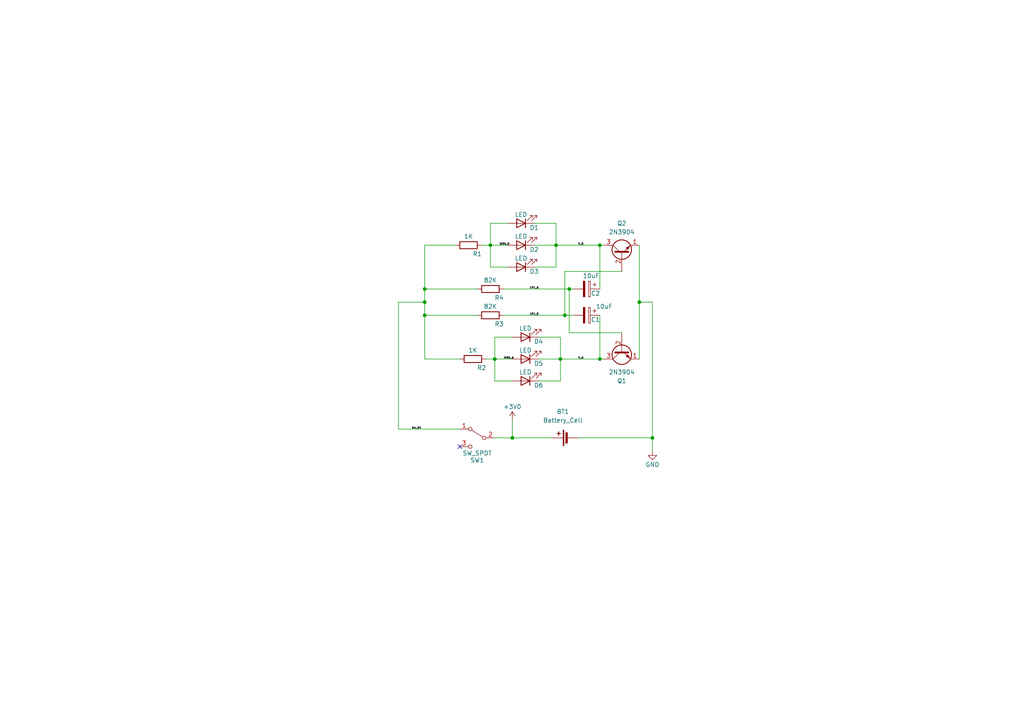
<source format=kicad_sch>
(kicad_sch (version 20230121) (generator eeschema)
  (paper "A4")
  (lib_symbols
    (symbol "Device:Battery_Cell" (pin_numbers hide) (pin_names (offset 0) hide)
      (property "Reference" "BT" (at 2.54 2.54 0))
      (property "Value" "Battery_Cell" (at 2.54 0 0))
      (symbol "Battery_Cell_0_1"
        (rectangle (start -2.286 1.778) (end 2.286 1.524) (fill (type outline)))
        (rectangle (start -1.524 1.016) (end 1.524 0.508) (fill (type outline)))
        (polyline (pts (xy 0 0.762) (xy 0 0)))
        (polyline (pts (xy 0 1.778) (xy 0 2.54)))
        (polyline (pts (xy 0.762 3.048) (xy 1.778 3.048)) (stroke (width 0.254)))
        (polyline (pts (xy 1.27 3.556) (xy 1.27 2.54)) (stroke (width 0.254)))
      )
      (symbol "Battery_Cell_1_1"
        (pin passive line (at 0 5.08 270) (length 2.54) (name "+") (number "1"))
        (pin passive line (at 0 -2.54 90) (length 2.54) (name "-") (number "2"))
      )
    )
    (symbol "Device:C_Polarized" (pin_numbers hide) (pin_names (offset 0.254))
      (property "Reference" "C" (at 0.635 2.54 0))
      (property "Value" "C_Polarized" (at 0.635 -2.54 0))
      (symbol "C_Polarized_0_1"
        (rectangle (start -2.286 0.508) (end 2.286 1.016))
        (polyline (pts (xy -1.778 2.286) (xy -0.762 2.286)))
        (polyline (pts (xy -1.27 2.794) (xy -1.27 1.778)))
        (rectangle (start 2.286 -0.508) (end -2.286 -1.016) (fill (type outline)))
      )
      (symbol "C_Polarized_1_1"
        (pin passive line (at 0 3.81 270) (length 2.794) (name "~") (number "1"))
        (pin passive line (at 0 -3.81 90) (length 2.794) (name "~") (number "2"))
      )
    )
    (symbol "Device:LED" (pin_numbers hide) (pin_names (offset 1.016) hide)
      (property "Reference" "D" (at 0 2.54 0))
      (property "Value" "LED" (at 0 -2.54 0))
      (symbol "LED_0_1"
        (polyline (pts (xy -1.27 -1.27) (xy -1.27 1.27)) (stroke (width 0.254)))
        (polyline (pts (xy -1.27 0) (xy 1.27 0)))
        (polyline (pts (xy 1.27 -1.27) (xy 1.27 1.27) (xy -1.27 0) (xy 1.27 -1.27)) (stroke (width 0.254)))
        (polyline (pts (xy -3.048 -0.762) (xy -4.572 -2.286) (xy -3.81 -2.286) (xy -4.572 -2.286) (xy -4.572 -1.524)))
        (polyline (pts (xy -1.778 -0.762) (xy -3.302 -2.286) (xy -2.54 -2.286) (xy -3.302 -2.286) (xy -3.302 -1.524)))
      )
      (symbol "LED_1_1"
        (pin passive line (at -3.81 0 0) (length 2.54) (name "K") (number "1"))
        (pin passive line (at 3.81 0 180) (length 2.54) (name "A") (number "2"))
      )
    )
    (symbol "Device:R" (pin_numbers hide) (pin_names (offset 0))
      (property "Reference" "R" (at 2.032 0 90))
      (property "Value" "R" (at 0 0 90))
      (symbol "R_0_1"
        (rectangle (start -1.016 -2.54) (end 1.016 2.54) (stroke (width 0.254)))
      )
      (symbol "R_1_1"
        (pin passive line (at 0 3.81 270) (length 1.27) (name "~") (number "1"))
        (pin passive line (at 0 -3.81 90) (length 1.27) (name "~") (number "2"))
      )
    )
    (symbol "Switch:SW_SPDT" (pin_names (offset 0) hide)
      (property "Reference" "SW" (at 0 4.318 0))
      (property "Value" "SW_SPDT" (at 0 -5.08 0))
      (symbol "SW_SPDT_0_0"
        (circle (center -2.032 0) (radius 0.508))
        (circle (center 2.032 -2.54) (radius 0.508))
      )
      (symbol "SW_SPDT_0_1"
        (polyline (pts (xy -1.524 0.254) (xy 1.651 2.286)))
        (circle (center 2.032 2.54) (radius 0.508))
      )
      (symbol "SW_SPDT_1_1"
        (pin passive line (at 5.08 2.54 180) (length 2.54) (name "A") (number "1"))
        (pin passive line (at -5.08 0 0) (length 2.54) (name "B") (number "2"))
        (pin passive line (at 5.08 -2.54 180) (length 2.54) (name "C") (number "3"))
      )
    )
    (symbol "Transistor_BJT:2N3904" (pin_names (offset 0) hide)
      (property "Reference" "Q" (at 5.08 1.905 0))
      (property "Value" "2N3904" (at 5.08 0 0))
      (symbol "2N3904_0_1"
        (polyline (pts (xy 0.635 0.635) (xy 2.54 2.54)))
        (polyline (pts (xy 0.635 -0.635) (xy 2.54 -2.54) (xy 2.54 -2.54)))
        (polyline (pts (xy 0.635 1.905) (xy 0.635 -1.905) (xy 0.635 -1.905)) (stroke (width 0.508)))
        (polyline (pts (xy 1.27 -1.778) (xy 1.778 -1.27) (xy 2.286 -2.286) (xy 1.27 -1.778) (xy 1.27 -1.778)) (fill (type outline)))
        (circle (center 1.27 0) (radius 2.8194) (stroke (width 0.254)))
      )
      (symbol "2N3904_1_1"
        (pin passive line (at 2.54 -5.08 90) (length 2.54) (name "E") (number "1"))
        (pin passive line (at -5.08 0 0) (length 5.715) (name "B") (number "2"))
        (pin passive line (at 2.54 5.08 270) (length 2.54) (name "C") (number "3"))
      )
    )
    (symbol "power:+3V0" (power) (pin_names (offset 0))
      (property "Value" "+3V0" (at 0 3.556 0))
      (symbol "+3V0_0_1"
        (polyline (pts (xy -0.762 1.27) (xy 0 2.54)))
        (polyline (pts (xy 0 0) (xy 0 2.54)))
        (polyline (pts (xy 0 2.54) (xy 0.762 1.27)))
      )
      (symbol "+3V0_1_1"
        (pin power_in line (at 0 0 90) (length 0) hide (name "+3V0") (number "1"))
      )
    )
    (symbol "power:GND" (power) (pin_names (offset 0))
      (property "Value" "GND" (at 0 -3.81 0))
      (symbol "GND_0_1"
        (polyline (pts (xy 0 0) (xy 0 -1.27) (xy 1.27 -1.27) (xy 0 -2.54) (xy -1.27 -1.27) (xy 0 -1.27)))
      )
      (symbol "GND_1_1"
        (pin power_in line (at 0 0 270) (length 0) hide (name "GND") (number "1"))
      )
    )
  )
  (junction (at 143.51 104.14))
  (junction (at 162.56 104.14))
  (junction (at 165.1 83.82))
  (junction (at 123.19 91.44))
  (junction (at 123.19 83.82))
  (junction (at 173.99 71.12))
  (junction (at 148.59 127))
  (junction (at 161.29 71.12))
  (junction (at 142.24 71.12))
  (junction (at 185.42 87.63))
  (junction (at 123.19 87.63))
  (junction (at 189.23 127))
  (junction (at 163.83 91.44))
  (junction (at 173.99 104.14))
  (no_connect (at 133.35 129.54))
  (wire (pts (xy 185.42 87.63) (xy 185.42 104.14)))
  (wire (pts (xy 123.19 87.63) (xy 123.19 91.44)))
  (wire (pts (xy 161.29 77.47) (xy 161.29 71.12)))
  (wire (pts (xy 123.19 83.82) (xy 138.43 83.82)))
  (wire (pts (xy 156.21 110.49) (xy 162.56 110.49)))
  (wire (pts (xy 146.05 91.44) (xy 163.83 91.44)))
  (wire (pts (xy 163.83 91.44) (xy 166.37 91.44)))
  (wire (pts (xy 163.83 78.74) (xy 163.83 91.44)))
  (wire (pts (xy 185.42 71.12) (xy 185.42 87.63)))
  (wire (pts (xy 148.59 110.49) (xy 143.51 110.49)))
  (wire (pts (xy 154.94 64.77) (xy 161.29 64.77)))
  (wire (pts (xy 173.99 71.12) (xy 175.26 71.12)))
  (wire (pts (xy 123.19 83.82) (xy 123.19 87.63)))
  (wire (pts (xy 138.43 91.44) (xy 123.19 91.44)))
  (wire (pts (xy 189.23 87.63) (xy 185.42 87.63)))
  (wire (pts (xy 156.21 97.79) (xy 162.56 97.79)))
  (wire (pts (xy 162.56 97.79) (xy 162.56 104.14)))
  (wire (pts (xy 146.05 83.82) (xy 165.1 83.82)))
  (wire (pts (xy 148.59 104.14) (xy 143.51 104.14)))
  (wire (pts (xy 139.7 71.12) (xy 142.24 71.12)))
  (wire (pts (xy 180.34 78.74) (xy 163.83 78.74)))
  (wire (pts (xy 156.21 104.14) (xy 162.56 104.14)))
  (wire (pts (xy 189.23 127) (xy 189.23 87.63)))
  (wire (pts (xy 143.51 97.79) (xy 143.51 104.14)))
  (wire (pts (xy 161.29 64.77) (xy 161.29 71.12)))
  (wire (pts (xy 167.64 127) (xy 189.23 127)))
  (wire (pts (xy 142.24 71.12) (xy 147.32 71.12)))
  (wire (pts (xy 162.56 104.14) (xy 173.99 104.14)))
  (wire (pts (xy 148.59 127) (xy 160.02 127)))
  (wire (pts (xy 148.59 97.79) (xy 143.51 97.79)))
  (wire (pts (xy 143.51 127) (xy 148.59 127)))
  (wire (pts (xy 161.29 71.12) (xy 173.99 71.12)))
  (wire (pts (xy 123.19 71.12) (xy 123.19 83.82)))
  (wire (pts (xy 162.56 110.49) (xy 162.56 104.14)))
  (wire (pts (xy 173.99 104.14) (xy 175.26 104.14)))
  (wire (pts (xy 123.19 71.12) (xy 132.08 71.12)))
  (wire (pts (xy 115.57 87.63) (xy 123.19 87.63)))
  (wire (pts (xy 166.37 83.82) (xy 165.1 83.82)))
  (wire (pts (xy 140.97 104.14) (xy 143.51 104.14)))
  (wire (pts (xy 142.24 77.47) (xy 147.32 77.47)))
  (wire (pts (xy 115.57 124.46) (xy 133.35 124.46)))
  (wire (pts (xy 148.59 121.92) (xy 148.59 127)))
  (wire (pts (xy 115.57 124.46) (xy 115.57 87.63)))
  (wire (pts (xy 154.94 71.12) (xy 161.29 71.12)))
  (wire (pts (xy 180.34 96.52) (xy 165.1 96.52)))
  (wire (pts (xy 142.24 64.77) (xy 142.24 71.12)))
  (wire (pts (xy 154.94 77.47) (xy 161.29 77.47)))
  (wire (pts (xy 142.24 64.77) (xy 147.32 64.77)))
  (wire (pts (xy 173.99 91.44) (xy 173.99 104.14)))
  (wire (pts (xy 143.51 110.49) (xy 143.51 104.14)))
  (wire (pts (xy 189.23 127) (xy 189.23 130.81)))
  (wire (pts (xy 142.24 71.12) (xy 142.24 77.47)))
  (wire (pts (xy 123.19 91.44) (xy 123.19 104.14)))
  (wire (pts (xy 173.99 71.12) (xy 173.99 83.82)))
  (wire (pts (xy 133.35 104.14) (xy 123.19 104.14)))
  (wire (pts (xy 165.1 83.82) (xy 165.1 96.52)))
  (label "leds_a" (at 146.05 104.14 0) (effects (font (size 0.6 0.6))))
  (label "chr_b" (at 153.67 91.44 0) (effects (font (size 0.6 0.6))))
  (label "sw_on" (at 119.38 124.46 0) (effects (font (size 0.6 0.6))))
  (label "chr_a" (at 153.67 83.82 0) (effects (font (size 0.6 0.6))))
  (label "k_a" (at 167.64 104.14 0) (effects (font (size 0.6 0.6))))
  (label "k_b" (at 167.64 71.12 0) (effects (font (size 0.6 0.6))))
  (label "leds_b" (at 144.78 71.12 0) (effects (font (size 0.6 0.6))))
  (symbol (lib_id "Device:LED") (at 152.4 97.79 180) (unit 1)
    (property "Reference" "D4" (at 156.21 99.06 0))
    (property "Value" "LED" (at 152.4 95.25 0))
    (property "Footprint" "LED_SMD:LED_0805_2012Metric" (effects hide))
  )
  (symbol (lib_id "Device:LED") (at 152.4 104.14 180) (unit 1)
    (property "Reference" "D5" (at 156.21 105.41 0))
    (property "Value" "LED" (at 152.4 101.6 0))
    (property "Footprint" "LED_SMD:LED_0805_2012Metric" (effects hide))
  )
  (symbol (lib_id "power:GND") (at 189.23 130.81 0) (unit 1)
    (property "Reference" "#PWR01" (effects hide))
    (property "Value" "GND" (at 189.23 134.755 0))
  )
  (symbol (lib_id "Device:C_Polarized") (at 170.18 83.82 270) (unit 1)
    (property "Reference" "C2" (at 172.72 85.09 90))
    (property "Value" "10uF" (at 171.45 80.01 90))
    (property "Footprint" "Capacitor_SMD:C_0805_2012Metric" (effects hide))
  )
  (symbol (lib_id "Device:LED") (at 151.13 64.77 180) (unit 1)
    (property "Reference" "D1" (at 154.94 66.04 0))
    (property "Value" "LED" (at 151.13 62.23 0))
    (property "Footprint" "LED_SMD:LED_0805_2012Metric" (effects hide))
  )
  (symbol (lib_id "power:+3V0") (at 148.59 121.92 0) (unit 1)
    (property "Reference" "#PWR02" (effects hide))
    (property "Value" "+3V0" (at 148.59 117.975 0))
  )
  (symbol (lib_id "Device:LED") (at 151.13 71.12 180) (unit 1)
    (property "Reference" "D2" (at 154.94 72.39 0))
    (property "Value" "LED" (at 151.13 68.58 0))
    (property "Footprint" "LED_SMD:LED_0805_2012Metric" (effects hide))
  )
  (symbol (lib_id "Device:R") (at 142.24 83.82 90) (unit 1)
    (property "Reference" "R4" (at 144.78 86.36 90))
    (property "Value" "82K" (at 142.24 81.28 90))
    (property "Footprint" "Resistor_SMD:R_0805_2012Metric" (effects hide))
  )
  (symbol (lib_id "Device:Battery_Cell") (at 165.1 127 90) (unit 1)
    (property "Reference" "BT1" (at 163.2585 119.38 90))
    (property "Value" "Battery_Cell" (at 163.2585 121.92 90))
    (property "Footprint" "Battery:BatteryHolder_Keystone_3002_1x2032" (effects hide))
  )
  (symbol (lib_id "Device:R") (at 142.24 91.44 90) (unit 1)
    (property "Reference" "R3" (at 144.78 93.98 90))
    (property "Value" "82K" (at 142.24 88.9 90))
    (property "Footprint" "Resistor_SMD:R_0805_2012Metric" (effects hide))
  )
  (symbol (lib_id "Device:LED") (at 151.13 77.47 180) (unit 1)
    (property "Reference" "D3" (at 154.94 78.74 0))
    (property "Value" "LED" (at 151.13 74.93 0))
    (property "Footprint" "LED_SMD:LED_0805_2012Metric" (effects hide))
  )
  (symbol (lib_id "Transistor_BJT:2N3904") (at 180.34 73.66 90) (unit 1)
    (property "Reference" "Q2" (at 180.34 64.77 90))
    (property "Value" "2N3904" (at 180.34 67.31 90))
    (property "Footprint" "Package_TO_SOT_SMD:TSOT-23" (effects hide))
    (property "Datasheet" "https://www.onsemi.com/pub/Collateral/2N3903-D.PDF" (effects hide))
  )
  (symbol (lib_id "Device:C_Polarized") (at 170.18 91.44 270) (unit 1)
    (property "Reference" "C1" (at 172.72 92.71 90))
    (property "Value" "10uF" (at 175.26 88.9 90))
    (property "Footprint" "Capacitor_SMD:C_0805_2012Metric" (effects hide))
  )
  (symbol (lib_id "Device:LED") (at 152.4 110.49 180) (unit 1)
    (property "Reference" "D6" (at 156.21 111.76 0))
    (property "Value" "LED" (at 152.4 107.95 0))
    (property "Footprint" "LED_SMD:LED_0805_2012Metric" (effects hide))
  )
  (symbol (lib_id "Device:R") (at 137.16 104.14 90) (unit 1)
    (property "Reference" "R2" (at 139.7 106.68 90))
    (property "Value" "1K" (at 137.16 101.6 90))
    (property "Footprint" "Resistor_SMD:R_0805_2012Metric" (effects hide))
  )
  (symbol (lib_id "Transistor_BJT:2N3904") (at 180.34 101.6 90) (mirror x) (unit 1)
    (property "Reference" "Q1" (at 180.34 110.49 90))
    (property "Value" "2N3904" (at 180.34 107.95 90))
    (property "Footprint" "Package_TO_SOT_SMD:TSOT-23" (effects hide))
    (property "Datasheet" "https://www.onsemi.com/pub/Collateral/2N3903-D.PDF" (effects hide))
  )
  (symbol (lib_id "Switch:SW_SPDT") (at 138.43 127 0) (mirror y) (unit 1)
    (property "Reference" "SW1" (at 138.43 133.501 0))
    (property "Value" "SW_SPDT" (at 138.43 131.453 0))
    (property "Footprint" "Button_Switch_SMD:SW_SPDT_PCM12" (effects hide))
  )
  (symbol (lib_id "Device:R") (at 135.89 71.12 90) (unit 1)
    (property "Reference" "R1" (at 138.43 73.66 90))
    (property "Value" "1K" (at 135.89 68.58 90))
    (property "Footprint" "Resistor_SMD:R_0805_2012Metric" (effects hide))
  )
)
</source>
